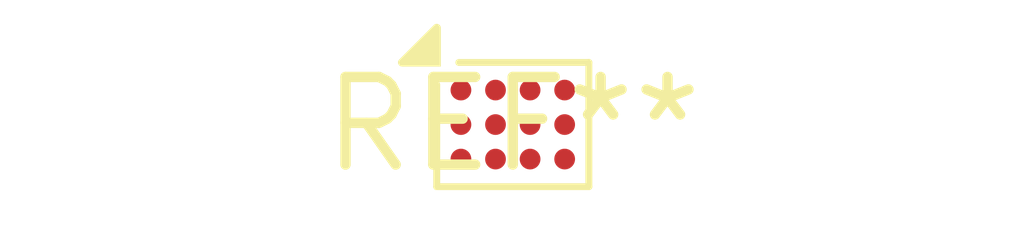
<source format=kicad_pcb>
(kicad_pcb (version 20240108) (generator pcbnew)
  (layers (0 "F.Cu" signal) (31 "B.Cu" signal) (34 "B.Paste" user) (35 "F.Paste" user) (36 "B.SilkS" user "B.Silkscreen") (37 "F.SilkS" user "F.Silkscreen") (38 "B.Mask" user) (39 "F.Mask" user) (44 "Edge.Cuts" user))
  (net 0 "")
  (footprint "Maxim_WLP-12" (layer "F.Cu") (at 0 0)
    (property "Reference" "REF**")
    (property "Value" "Maxim_WLP-12")
    (fp_line (start -1.1 -0.58) (end -1.1 0.9) (layer "F.SilkS") (stroke (width 0.1)))
    (fp_line (start -0.78 -0.9) (end 1.1 -0.9) (layer "F.SilkS") (stroke (width 0.1)))
    (fp_line (start 1.1 0.9) (end -1.1 0.9) (layer "F.SilkS") (stroke (width 0.1)))
    (fp_line (start 1.1 0.9) (end 1.1 -0.9) (layer "F.SilkS") (stroke (width 0.1)))
    (fp_poly (pts (xy -1.1 -0.9) (xy -1.6 -0.9) (xy -1.1 -1.4) (xy -1.1 -0.9)) (layer "F.SilkS") (stroke (width 0.12)) (fill solid))
    (pad "A1" smd circle (at -0.75 -0.5 90) (size 0.3 0.3) (property pad_prop_bga) (layers "F.Cu" "F.Paste" "F.Mask"))
    (pad "A2" smd circle (at -0.25 -0.5 90) (size 0.3 0.3) (property pad_prop_bga) (layers "F.Cu" "F.Paste" "F.Mask"))
    (pad "A3" smd circle (at 0.25 -0.5 90) (size 0.3 0.3) (property pad_prop_bga) (layers "F.Cu" "F.Paste" "F.Mask"))
    (pad "A4" smd circle (at 0.75 -0.5 90) (size 0.3 0.3) (property pad_prop_bga) (layers "F.Cu" "F.Paste" "F.Mask"))
    (pad "B1" smd circle (at -0.75 0 90) (size 0.3 0.3) (property pad_prop_bga) (layers "F.Cu" "F.Paste" "F.Mask"))
    (pad "B2" smd circle (at -0.25 0 90) (size 0.3 0.3) (property pad_prop_bga) (layers "F.Cu" "F.Paste" "F.Mask"))
    (pad "B3" smd circle (at 0.25 0 90) (size 0.3 0.3) (property pad_prop_bga) (layers "F.Cu" "F.Paste" "F.Mask"))
    (pad "B4" smd circle (at 0.75 0 90) (size 0.3 0.3) (property pad_prop_bga) (layers "F.Cu" "F.Paste" "F.Mask"))
    (pad "C1" smd circle (at -0.75 0.5 90) (size 0.3 0.3) (property pad_prop_bga) (layers "F.Cu" "F.Paste" "F.Mask"))
    (pad "C2" smd circle (at -0.25 0.5 90) (size 0.3 0.3) (property pad_prop_bga) (layers "F.Cu" "F.Paste" "F.Mask"))
    (pad "C3" smd circle (at 0.25 0.5 90) (size 0.3 0.3) (property pad_prop_bga) (layers "F.Cu" "F.Paste" "F.Mask"))
    (pad "C4" smd circle (at 0.75 0.5 90) (size 0.3 0.3) (property pad_prop_bga) (layers "F.Cu" "F.Paste" "F.Mask"))
  )
)
</source>
